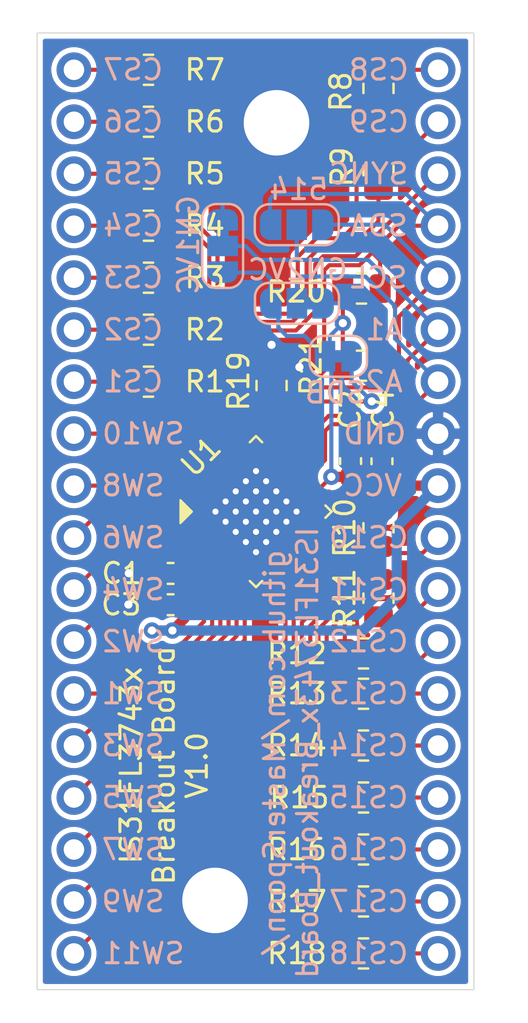
<source format=kicad_pcb>
(kicad_pcb (version 20171130) (host pcbnew "(5.1.10)-1")
  (layers (0 F.Cu signal) (31 B.Cu signal) (34 B.Paste user) (35 F.Paste user) (36 B.SilkS user) (37 F.SilkS user) (38 B.Mask user) (39 F.Mask user) (44 Edge.Cuts user))
  (net 0 "")
  (net 1 GND)
  (net 2 +5V)
  (net 3 SW11)
  (net 4 CS18)
  (net 5 SW9)
  (net 6 SW7)
  (net 7 SW5)
  (net 8 SW3)
  (net 9 SW1)
  (net 10 SW2)
  (net 11 SW4)
  (net 12 SW6)
  (net 13 SW8)
  (net 14 A.ADDR2_B.MISO)
  (net 15 A.ADDR1_B.CS)
  (net 16 A.SCL_B.SCK)
  (net 17 A.SDA_B.MOSI)
  (net 18 SYNC)
  (net 19 CS11)
  (net 20 CS12)
  (net 21 CS13)
  (net 22 CS14)
  (net 23 CS15)
  (net 24 CS16)
  (net 25 CS17)
  (net 26 CS10)
  (net 27 SW10)
  (net 28 CS1)
  (net 29 CS2)
  (net 30 CS3)
  (net 31 CS4)
  (net 32 CS5)
  (net 33 CS6)
  (net 34 CS7)
  (net 35 CS8)
  (net 36 CS9)
  (net 37 SDB)
  (net 38 "Net-(R1-Pad2)")
  (net 39 "Net-(R2-Pad2)")
  (net 40 "Net-(R3-Pad2)")
  (net 41 "Net-(R4-Pad2)")
  (net 42 "Net-(R5-Pad2)")
  (net 43 "Net-(R6-Pad2)")
  (net 44 "Net-(R7-Pad2)")
  (net 45 "Net-(R8-Pad2)")
  (net 46 "Net-(R9-Pad2)")
  (net 47 "Net-(R10-Pad2)")
  (net 48 "Net-(R11-Pad2)")
  (net 49 "Net-(R12-Pad2)")
  (net 50 "Net-(R13-Pad2)")
  (net 51 "Net-(R14-Pad2)")
  (net 52 "Net-(R15-Pad2)")
  (net 53 "Net-(R16-Pad2)")
  (net 54 "Net-(R17-Pad2)")
  (net 55 "Net-(R18-Pad2)")
  (net 56 "Net-(R19-Pad2)")
  (module is31fl3743:SolderJumper-3_P1.3mm_Open_RoundedPad1.0x1.5mm (layer B.Cu) (at 101.99 85.98 180)
    (fp_text reference JP2 hide)
    (fp_text value SolderJumper_3_Open)
    (pad 2 smd rect (at 0 0 180) (size 1 1.5) (layers B.Cu B.Mask) (net 15 A.ADDR1_B.CS))
    (pad 3 smd custom (at 1.3 0 180) (size 1 0.5) (layers B.Cu B.Mask) (net 17 A.SDA_B.MOSI) (options (clearance outline) (anchor rect)) (primitives (gr_circle (center 0 -0.25) (end 0.5 -0.25) (width 0)) (gr_circle (center 0 0.25) (end 0.5 0.25) (width 0)) (gr_poly (pts (xy -0.55 0.75) (xy 0 0.75) (xy 0 -0.75) (xy -0.55 -0.75)) (width 0))))
    (pad 1 smd custom (at -1.3 0 180) (size 1 0.5) (layers B.Cu B.Mask) (net 16 A.SCL_B.SCK) (options (clearance outline) (anchor rect)) (primitives (gr_circle (center 0 -0.25) (end 0.5 -0.25) (width 0)) (gr_circle (center 0 0.25) (end 0.5 0.25) (width 0)) (gr_poly (pts (xy 0.55 0.75) (xy 0 0.75) (xy 0 -0.75) (xy 0.55 -0.75)) (width 0))))
  )
  (module is31fl3743:MountingHole_3.2mm_M3 (layer F.Cu) (at 98 119)
    (fp_text reference H2 hide)
    (fp_text value MountingHole_Pad)
    (pad 1 thru_hole circle (at 0 0) (size 3.4 3.4) (drill 3.2) (layers *.Cu *.Mask) (net 1 GND))
  )
  (module is31fl3743:MountingHole_3.2mm_M3 (layer F.Cu) (at 101 81)
    (fp_text reference H1 hide)
    (fp_text value MountingHole_Pad)
    (pad 1 thru_hole circle (at 0 0) (size 3.4 3.4) (drill 3.2) (layers *.Cu *.Mask) (net 1 GND))
  )
  (module is31fl3743:PinHeader_1x18_P2.54mm_Vertical (layer F.Cu) (at 108.89 78.41)
    (fp_text reference J2 hide)
    (fp_text value Conn_01x18)
    (pad 18 thru_hole oval (at 0 43.18) (size 1.7 1.7) (drill 1) (layers *.Cu *.Mask) (net 4 CS18))
    (pad 17 thru_hole oval (at 0 40.64) (size 1.7 1.7) (drill 1) (layers *.Cu *.Mask) (net 25 CS17))
    (pad 16 thru_hole oval (at 0 38.1) (size 1.7 1.7) (drill 1) (layers *.Cu *.Mask) (net 24 CS16))
    (pad 15 thru_hole oval (at 0 35.56) (size 1.7 1.7) (drill 1) (layers *.Cu *.Mask) (net 23 CS15))
    (pad 14 thru_hole oval (at 0 33.02) (size 1.7 1.7) (drill 1) (layers *.Cu *.Mask) (net 22 CS14))
    (pad 13 thru_hole oval (at 0 30.48) (size 1.7 1.7) (drill 1) (layers *.Cu *.Mask) (net 21 CS13))
    (pad 12 thru_hole oval (at 0 27.94) (size 1.7 1.7) (drill 1) (layers *.Cu *.Mask) (net 20 CS12))
    (pad 11 thru_hole oval (at 0 25.4) (size 1.7 1.7) (drill 1) (layers *.Cu *.Mask) (net 19 CS11))
    (pad 10 thru_hole oval (at 0 22.86) (size 1.7 1.7) (drill 1) (layers *.Cu *.Mask) (net 26 CS10))
    (pad 9 thru_hole oval (at 0 20.32) (size 1.7 1.7) (drill 1) (layers *.Cu *.Mask) (net 2 +5V))
    (pad 8 thru_hole oval (at 0 17.78) (size 1.7 1.7) (drill 1) (layers *.Cu *.Mask) (net 1 GND))
    (pad 7 thru_hole oval (at 0 15.24) (size 1.7 1.7) (drill 1) (layers *.Cu *.Mask) (net 14 A.ADDR2_B.MISO))
    (pad 6 thru_hole oval (at 0 12.7) (size 1.7 1.7) (drill 1) (layers *.Cu *.Mask) (net 15 A.ADDR1_B.CS))
    (pad 5 thru_hole oval (at 0 10.16) (size 1.7 1.7) (drill 1) (layers *.Cu *.Mask) (net 16 A.SCL_B.SCK))
    (pad 4 thru_hole oval (at 0 7.62) (size 1.7 1.7) (drill 1) (layers *.Cu *.Mask) (net 17 A.SDA_B.MOSI))
    (pad 3 thru_hole oval (at 0 5.08) (size 1.7 1.7) (drill 1) (layers *.Cu *.Mask) (net 18 SYNC))
    (pad 2 thru_hole oval (at 0 2.54) (size 1.7 1.7) (drill 1) (layers *.Cu *.Mask) (net 36 CS9))
    (pad 1 thru_hole oval (at 0 0) (size 1.7 1.7) (drill 1) (layers *.Cu *.Mask) (net 35 CS8))
  )
  (module is31fl3743:PinHeader_1x18_P2.54mm_Vertical (layer F.Cu) (at 91.11 78.41)
    (fp_text reference J1 hide)
    (fp_text value Conn_01x18)
    (pad 18 thru_hole oval (at 0 43.18) (size 1.7 1.7) (drill 1) (layers *.Cu *.Mask) (net 3 SW11))
    (pad 17 thru_hole oval (at 0 40.64) (size 1.7 1.7) (drill 1) (layers *.Cu *.Mask) (net 5 SW9))
    (pad 16 thru_hole oval (at 0 38.1) (size 1.7 1.7) (drill 1) (layers *.Cu *.Mask) (net 6 SW7))
    (pad 15 thru_hole oval (at 0 35.56) (size 1.7 1.7) (drill 1) (layers *.Cu *.Mask) (net 7 SW5))
    (pad 14 thru_hole oval (at 0 33.02) (size 1.7 1.7) (drill 1) (layers *.Cu *.Mask) (net 8 SW3))
    (pad 13 thru_hole oval (at 0 30.48) (size 1.7 1.7) (drill 1) (layers *.Cu *.Mask) (net 9 SW1))
    (pad 12 thru_hole oval (at 0 27.94) (size 1.7 1.7) (drill 1) (layers *.Cu *.Mask) (net 10 SW2))
    (pad 11 thru_hole oval (at 0 25.4) (size 1.7 1.7) (drill 1) (layers *.Cu *.Mask) (net 11 SW4))
    (pad 10 thru_hole oval (at 0 22.86) (size 1.7 1.7) (drill 1) (layers *.Cu *.Mask) (net 12 SW6))
    (pad 9 thru_hole oval (at 0 20.32) (size 1.7 1.7) (drill 1) (layers *.Cu *.Mask) (net 13 SW8))
    (pad 8 thru_hole oval (at 0 17.78) (size 1.7 1.7) (drill 1) (layers *.Cu *.Mask) (net 27 SW10))
    (pad 7 thru_hole oval (at 0 15.24) (size 1.7 1.7) (drill 1) (layers *.Cu *.Mask) (net 28 CS1))
    (pad 6 thru_hole oval (at 0 12.7) (size 1.7 1.7) (drill 1) (layers *.Cu *.Mask) (net 29 CS2))
    (pad 5 thru_hole oval (at 0 10.16) (size 1.7 1.7) (drill 1) (layers *.Cu *.Mask) (net 30 CS3))
    (pad 4 thru_hole oval (at 0 7.62) (size 1.7 1.7) (drill 1) (layers *.Cu *.Mask) (net 31 CS4))
    (pad 3 thru_hole oval (at 0 5.08) (size 1.7 1.7) (drill 1) (layers *.Cu *.Mask) (net 32 CS5))
    (pad 2 thru_hole oval (at 0 2.54) (size 1.7 1.7) (drill 1) (layers *.Cu *.Mask) (net 33 CS6))
    (pad 1 thru_hole oval (at 0 0) (size 1.7 1.7) (drill 1) (layers *.Cu *.Mask) (net 34 CS7))
  )
  (module is31fl3743:QFN-40-IS31FL3743A_extended (layer F.Cu) (at 100 100 45)
    (fp_text reference U1 (at 0 -3.8 45) (layer F.SilkS))
    (fp_text value IS31FL3743x)
    (pad 41 smd roundrect (at 0 0 45) (size 3.4 3.4) (layers B.Cu B.Mask) (roundrect_rratio 0.08800000000000001) (net 1 GND))
    (pad 41 thru_hole circle (at -0.7 1.4 45) (size 0.6 0.6) (drill 0.3) (layers *.Cu) (net 1 GND))
    (pad 41 thru_hole circle (at -1.4 0.7 45) (size 0.6 0.6) (drill 0.3) (layers *.Cu) (net 1 GND))
    (pad 41 thru_hole circle (at -1.4 1.4 45) (size 0.6 0.6) (drill 0.3) (layers *.Cu) (net 1 GND))
    (pad 41 thru_hole circle (at -0.7 0.7 45) (size 0.6 0.6) (drill 0.3) (layers *.Cu) (net 1 GND))
    (pad 41 thru_hole circle (at -1.4 -1.4 45) (size 0.6 0.6) (drill 0.3) (layers *.Cu) (net 1 GND))
    (pad 41 thru_hole circle (at -1.4 -0.7 45) (size 0.6 0.6) (drill 0.3) (layers *.Cu) (net 1 GND))
    (pad 41 thru_hole circle (at -0.7 -1.4 45) (size 0.6 0.6) (drill 0.3) (layers *.Cu) (net 1 GND))
    (pad 41 thru_hole circle (at -0.7 -0.7 45) (size 0.6 0.6) (drill 0.3) (layers *.Cu) (net 1 GND))
    (pad 41 thru_hole circle (at 1.4 -1.4 45) (size 0.6 0.6) (drill 0.3) (layers *.Cu) (net 1 GND))
    (pad 41 thru_hole circle (at 1.4 -0.7 45) (size 0.6 0.6) (drill 0.3) (layers *.Cu) (net 1 GND))
    (pad 41 thru_hole circle (at 0.7 -1.4 45) (size 0.6 0.6) (drill 0.3) (layers *.Cu) (net 1 GND))
    (pad 41 thru_hole circle (at 0.7 -0.7 45) (size 0.6 0.6) (drill 0.3) (layers *.Cu) (net 1 GND))
    (pad 41 thru_hole circle (at 1.4 1.4 45) (size 0.6 0.6) (drill 0.3) (layers *.Cu) (net 1 GND))
    (pad 41 thru_hole circle (at 1.4 0.7 45) (size 0.6 0.6) (drill 0.3) (layers *.Cu) (net 1 GND))
    (pad 41 thru_hole circle (at 0.7 1.4 45) (size 0.6 0.6) (drill 0.3) (layers *.Cu) (net 1 GND))
    (pad 41 thru_hole circle (at 0.7 0.7 45) (size 0.6 0.6) (drill 0.3) (layers *.Cu) (net 1 GND))
    (pad 41 thru_hole circle (at 0 -0.7 45) (size 0.6 0.6) (drill 0.3) (layers *.Cu) (net 1 GND))
    (pad 41 thru_hole circle (at 0 -1.4 45) (size 0.6 0.6) (drill 0.3) (layers *.Cu) (net 1 GND))
    (pad 41 thru_hole circle (at 0 1.4 45) (size 0.6 0.6) (drill 0.3) (layers *.Cu) (net 1 GND))
    (pad 41 thru_hole circle (at 0 0.7 45) (size 0.6 0.6) (drill 0.3) (layers *.Cu) (net 1 GND))
    (pad 41 thru_hole circle (at -1.4 0 45) (size 0.6 0.6) (drill 0.3) (layers *.Cu) (net 1 GND))
    (pad 41 thru_hole circle (at -0.7 0 45) (size 0.6 0.6) (drill 0.3) (layers *.Cu) (net 1 GND))
    (pad 41 thru_hole circle (at 0.7 0 45) (size 0.6 0.6) (drill 0.3) (layers *.Cu) (net 1 GND))
    (pad 41 thru_hole circle (at 1.4 0 45) (size 0.6 0.6) (drill 0.3) (layers *.Cu) (net 1 GND))
    (pad 41 thru_hole circle (at 0 0 45) (size 0.6 0.6) (drill 0.3) (layers *.Cu) (net 1 GND))
    (pad 41 smd rect (at 0 0 45) (size 3.4 3.4) (layers F.Cu F.Mask) (net 1 GND))
    (pad 40 smd roundrect (at -1.8 -2.55 45) (size 0.22 1) (layers F.Cu F.Paste F.Mask) (roundrect_rratio 0.22) (net 27 SW10))
    (pad 39 smd roundrect (at -1.4 -2.55 45) (size 0.22 1) (layers F.Cu F.Paste F.Mask) (roundrect_rratio 0.22) (net 38 "Net-(R1-Pad2)"))
    (pad 38 smd roundrect (at -1 -2.55 45) (size 0.22 1) (layers F.Cu F.Paste F.Mask) (roundrect_rratio 0.22) (net 39 "Net-(R2-Pad2)"))
    (pad 37 smd roundrect (at -0.6 -2.55 45) (size 0.22 1) (layers F.Cu F.Paste F.Mask) (roundrect_rratio 0.22) (net 40 "Net-(R3-Pad2)"))
    (pad 36 smd roundrect (at -0.2 -2.55 45) (size 0.22 1) (layers F.Cu F.Paste F.Mask) (roundrect_rratio 0.22) (net 41 "Net-(R4-Pad2)"))
    (pad 35 smd roundrect (at 0.2 -2.55 45) (size 0.22 1) (layers F.Cu F.Paste F.Mask) (roundrect_rratio 0.22) (net 42 "Net-(R5-Pad2)"))
    (pad 34 smd roundrect (at 0.6 -2.55 45) (size 0.22 1) (layers F.Cu F.Paste F.Mask) (roundrect_rratio 0.22) (net 43 "Net-(R6-Pad2)"))
    (pad 33 smd roundrect (at 1 -2.55 45) (size 0.22 1) (layers F.Cu F.Paste F.Mask) (roundrect_rratio 0.22) (net 44 "Net-(R7-Pad2)"))
    (pad 32 smd roundrect (at 1.4 -2.55 45) (size 0.22 1) (layers F.Cu F.Paste F.Mask) (roundrect_rratio 0.22) (net 45 "Net-(R8-Pad2)"))
    (pad 31 smd roundrect (at 1.8 -2.55 45) (size 0.22 1) (layers F.Cu F.Paste F.Mask) (roundrect_rratio 0.22) (net 46 "Net-(R9-Pad2)"))
    (pad 30 smd roundrect (at 2.55 -1.8 45) (size 1 0.22) (layers F.Cu F.Paste F.Mask) (roundrect_rratio 0.22) (net 18 SYNC))
    (pad 29 smd roundrect (at 2.55 -1.4 45) (size 1 0.22) (layers F.Cu F.Paste F.Mask) (roundrect_rratio 0.22) (net 56 "Net-(R19-Pad2)"))
    (pad 28 smd roundrect (at 2.55 -1 45) (size 1 0.22) (layers F.Cu F.Paste F.Mask) (roundrect_rratio 0.22) (net 17 A.SDA_B.MOSI))
    (pad 27 smd roundrect (at 2.55 -0.6 45) (size 1 0.22) (layers F.Cu F.Paste F.Mask) (roundrect_rratio 0.22) (net 16 A.SCL_B.SCK))
    (pad 26 smd roundrect (at 2.55 -0.2 45) (size 1 0.22) (layers F.Cu F.Paste F.Mask) (roundrect_rratio 0.22) (net 37 SDB))
    (pad 25 smd roundrect (at 2.55 0.2 45) (size 1 0.22) (layers F.Cu F.Paste F.Mask) (roundrect_rratio 0.22) (net 15 A.ADDR1_B.CS))
    (pad 24 smd roundrect (at 2.55 0.6 45) (size 1 0.22) (layers F.Cu F.Paste F.Mask) (roundrect_rratio 0.22) (net 14 A.ADDR2_B.MISO))
    (pad 23 smd roundrect (at 2.55 1 45) (size 1 0.22) (layers F.Cu F.Paste F.Mask) (roundrect_rratio 0.22) (net 1 GND))
    (pad 22 smd roundrect (at 2.55 1.4 45) (size 1 0.22) (layers F.Cu F.Paste F.Mask) (roundrect_rratio 0.22) (net 2 +5V))
    (pad 21 smd roundrect (at 2.55 1.8 45) (size 1 0.22) (layers F.Cu F.Paste F.Mask) (roundrect_rratio 0.22) (net 47 "Net-(R10-Pad2)"))
    (pad 20 smd roundrect (at 1.8 2.55 45) (size 0.22 1) (layers F.Cu F.Paste F.Mask) (roundrect_rratio 0.22) (net 48 "Net-(R11-Pad2)"))
    (pad 19 smd roundrect (at 1.4 2.55 45) (size 0.22 1) (layers F.Cu F.Paste F.Mask) (roundrect_rratio 0.22) (net 49 "Net-(R12-Pad2)"))
    (pad 18 smd roundrect (at 1 2.55 45) (size 0.22 1) (layers F.Cu F.Paste F.Mask) (roundrect_rratio 0.22) (net 50 "Net-(R13-Pad2)"))
    (pad 17 smd roundrect (at 0.6 2.55 45) (size 0.22 1) (layers F.Cu F.Paste F.Mask) (roundrect_rratio 0.22) (net 51 "Net-(R14-Pad2)"))
    (pad 16 smd roundrect (at 0.2 2.55 45) (size 0.22 1) (layers F.Cu F.Paste F.Mask) (roundrect_rratio 0.22) (net 1 GND))
    (pad 15 smd roundrect (at -0.2 2.55 45) (size 0.22 1) (layers F.Cu F.Paste F.Mask) (roundrect_rratio 0.22) (net 52 "Net-(R15-Pad2)"))
    (pad 14 smd roundrect (at -0.6 2.55 45) (size 0.22 1) (layers F.Cu F.Paste F.Mask) (roundrect_rratio 0.22) (net 53 "Net-(R16-Pad2)"))
    (pad 13 smd roundrect (at -1 2.55 45) (size 0.22 1) (layers F.Cu F.Paste F.Mask) (roundrect_rratio 0.22) (net 54 "Net-(R17-Pad2)"))
    (pad 12 smd roundrect (at -1.4 2.55 45) (size 0.22 1) (layers F.Cu F.Paste F.Mask) (roundrect_rratio 0.22) (net 55 "Net-(R18-Pad2)"))
    (pad 11 smd roundrect (at -1.8 2.55 45) (size 0.22 1) (layers F.Cu F.Paste F.Mask) (roundrect_rratio 0.22) (net 3 SW11))
    (pad 10 smd roundrect (at -2.55 1.8 45) (size 1 0.22) (layers F.Cu F.Paste F.Mask) (roundrect_rratio 0.22) (net 5 SW9))
    (pad 9 smd roundrect (at -2.55 1.4 45) (size 1 0.22) (layers F.Cu F.Paste F.Mask) (roundrect_rratio 0.22) (net 6 SW7))
    (pad 8 smd roundrect (at -2.55 1 45) (size 1 0.22) (layers F.Cu F.Paste F.Mask) (roundrect_rratio 0.22) (net 7 SW5))
    (pad 7 smd roundrect (at -2.55 0.6 45) (size 1 0.22) (layers F.Cu F.Paste F.Mask) (roundrect_rratio 0.22) (net 8 SW3))
    (pad 6 smd roundrect (at -2.55 0.2 45) (size 1 0.22) (layers F.Cu F.Paste F.Mask) (roundrect_rratio 0.22) (net 9 SW1))
    (pad 5 smd roundrect (at -2.55 -0.2 45) (size 1 0.22) (layers F.Cu F.Paste F.Mask) (roundrect_rratio 0.22) (net 2 +5V))
    (pad 4 smd roundrect (at -2.55 -0.6 45) (size 1 0.22) (layers F.Cu F.Paste F.Mask) (roundrect_rratio 0.22) (net 10 SW2))
    (pad 3 smd roundrect (at -2.55 -1 45) (size 1 0.22) (layers F.Cu F.Paste F.Mask) (roundrect_rratio 0.22) (net 11 SW4))
    (pad 2 smd roundrect (at -2.55 -1.4 45) (size 1 0.22) (layers F.Cu F.Paste F.Mask) (roundrect_rratio 0.22) (net 12 SW6))
    (pad 1 smd roundrect (at -2.55 -1.8 45) (size 1 0.22) (layers F.Cu F.Paste F.Mask) (roundrect_rratio 0.22) (net 13 SW8))
  )
  (module Resistor_SMD:R_0805_2012Metric (layer F.Cu) (at 105.15 92.87 180)
    (fp_text reference R21 (at 2.47 -0.01 90) (layer F.SilkS))
    (fp_text value 2K)
    (pad 2 smd roundrect (at 0.9125 0 180) (size 1.025 1.4) (layers F.Cu F.Paste F.Mask) (roundrect_rratio 0.243902) (net 2 +5V))
    (pad 1 smd roundrect (at -0.9125 0 180) (size 1.025 1.4) (layers F.Cu F.Paste F.Mask) (roundrect_rratio 0.243902) (net 16 A.SCL_B.SCK))
  )
  (module Resistor_SMD:R_0805_2012Metric (layer F.Cu) (at 105.15 89.1 180)
    (fp_text reference R20 (at 3.18 -0.16) (layer F.SilkS))
    (fp_text value 2K)
    (pad 2 smd roundrect (at 0.9125 0 180) (size 1.025 1.4) (layers F.Cu F.Paste F.Mask) (roundrect_rratio 0.243902) (net 2 +5V))
    (pad 1 smd roundrect (at -0.9125 0 180) (size 1.025 1.4) (layers F.Cu F.Paste F.Mask) (roundrect_rratio 0.243902) (net 17 A.SDA_B.MOSI))
  )
  (module Resistor_SMD:R_0805_2012Metric (layer F.Cu) (at 100.76 93.84 270)
    (fp_text reference R19 (at -0.21 1.61 90) (layer F.SilkS))
    (fp_text value 10K)
    (pad 2 smd roundrect (at 0.9125 0 270) (size 1.025 1.4) (layers F.Cu F.Paste F.Mask) (roundrect_rratio 0.243902) (net 56 "Net-(R19-Pad2)"))
    (pad 1 smd roundrect (at -0.9125 0 270) (size 1.025 1.4) (layers F.Cu F.Paste F.Mask) (roundrect_rratio 0.243902) (net 1 GND))
  )
  (module Resistor_SMD:R_0805_2012Metric (layer F.Cu) (at 105.25 121.59 180)
    (fp_text reference R18 (at 3.25 0) (layer F.SilkS))
    (fp_text value 20R)
    (pad 2 smd roundrect (at 0.9125 0 180) (size 1.025 1.4) (layers F.Cu F.Paste F.Mask) (roundrect_rratio 0.243902) (net 55 "Net-(R18-Pad2)"))
    (pad 1 smd roundrect (at -0.9125 0 180) (size 1.025 1.4) (layers F.Cu F.Paste F.Mask) (roundrect_rratio 0.243902) (net 4 CS18))
  )
  (module Resistor_SMD:R_0805_2012Metric (layer F.Cu) (at 105.25 119.05 180)
    (fp_text reference R17 (at 3.25 0) (layer F.SilkS))
    (fp_text value 20R)
    (pad 2 smd roundrect (at 0.9125 0 180) (size 1.025 1.4) (layers F.Cu F.Paste F.Mask) (roundrect_rratio 0.243902) (net 54 "Net-(R17-Pad2)"))
    (pad 1 smd roundrect (at -0.9125 0 180) (size 1.025 1.4) (layers F.Cu F.Paste F.Mask) (roundrect_rratio 0.243902) (net 25 CS17))
  )
  (module Resistor_SMD:R_0805_2012Metric (layer F.Cu) (at 105.25 116.51 180)
    (fp_text reference R16 (at 3.25 0) (layer F.SilkS))
    (fp_text value 20R)
    (pad 2 smd roundrect (at 0.9125 0 180) (size 1.025 1.4) (layers F.Cu F.Paste F.Mask) (roundrect_rratio 0.243902) (net 53 "Net-(R16-Pad2)"))
    (pad 1 smd roundrect (at -0.9125 0 180) (size 1.025 1.4) (layers F.Cu F.Paste F.Mask) (roundrect_rratio 0.243902) (net 24 CS16))
  )
  (module Resistor_SMD:R_0805_2012Metric (layer F.Cu) (at 105.25 113.97 180)
    (fp_text reference R15 (at 3.13 0) (layer F.SilkS))
    (fp_text value 20R)
    (pad 2 smd roundrect (at 0.9125 0 180) (size 1.025 1.4) (layers F.Cu F.Paste F.Mask) (roundrect_rratio 0.243902) (net 52 "Net-(R15-Pad2)"))
    (pad 1 smd roundrect (at -0.9125 0 180) (size 1.025 1.4) (layers F.Cu F.Paste F.Mask) (roundrect_rratio 0.243902) (net 23 CS15))
  )
  (module Resistor_SMD:R_0805_2012Metric (layer F.Cu) (at 105.25 111.43 180)
    (fp_text reference R14 (at 3.25 0) (layer F.SilkS))
    (fp_text value 20R)
    (pad 2 smd roundrect (at 0.9125 0 180) (size 1.025 1.4) (layers F.Cu F.Paste F.Mask) (roundrect_rratio 0.243902) (net 51 "Net-(R14-Pad2)"))
    (pad 1 smd roundrect (at -0.9125 0 180) (size 1.025 1.4) (layers F.Cu F.Paste F.Mask) (roundrect_rratio 0.243902) (net 22 CS14))
  )
  (module Resistor_SMD:R_0805_2012Metric (layer F.Cu) (at 105.25 108.9 180)
    (fp_text reference R13 (at 3.25 0.01) (layer F.SilkS))
    (fp_text value 20R)
    (pad 2 smd roundrect (at 0.9125 0 180) (size 1.025 1.4) (layers F.Cu F.Paste F.Mask) (roundrect_rratio 0.243902) (net 50 "Net-(R13-Pad2)"))
    (pad 1 smd roundrect (at -0.9125 0 180) (size 1.025 1.4) (layers F.Cu F.Paste F.Mask) (roundrect_rratio 0.243902) (net 21 CS13))
  )
  (module Resistor_SMD:R_0805_2012Metric (layer F.Cu) (at 105.25 106.93 180)
    (fp_text reference R12 (at 3.25 0) (layer F.SilkS))
    (fp_text value 20R)
    (pad 2 smd roundrect (at 0.9125 0 180) (size 1.025 1.4) (layers F.Cu F.Paste F.Mask) (roundrect_rratio 0.243902) (net 49 "Net-(R12-Pad2)"))
    (pad 1 smd roundrect (at -0.9125 0 180) (size 1.025 1.4) (layers F.Cu F.Paste F.Mask) (roundrect_rratio 0.243902) (net 20 CS12))
  )
  (module Resistor_SMD:R_0805_2012Metric (layer F.Cu) (at 105.98 104.23 90)
    (fp_text reference R11 (at 0 -1.65 90) (layer F.SilkS))
    (fp_text value 20R)
    (pad 2 smd roundrect (at 0.9125 0 90) (size 1.025 1.4) (layers F.Cu F.Paste F.Mask) (roundrect_rratio 0.243902) (net 48 "Net-(R11-Pad2)"))
    (pad 1 smd roundrect (at -0.9125 0 90) (size 1.025 1.4) (layers F.Cu F.Paste F.Mask) (roundrect_rratio 0.243902) (net 19 CS11))
  )
  (module Resistor_SMD:R_0805_2012Metric (layer F.Cu) (at 105.98 100.79 90)
    (fp_text reference R10 (at 0 -1.65 90) (layer F.SilkS))
    (fp_text value 20R)
    (pad 2 smd roundrect (at 0.9125 0 90) (size 1.025 1.4) (layers F.Cu F.Paste F.Mask) (roundrect_rratio 0.243902) (net 47 "Net-(R10-Pad2)"))
    (pad 1 smd roundrect (at -0.9125 0 90) (size 1.025 1.4) (layers F.Cu F.Paste F.Mask) (roundrect_rratio 0.243902) (net 26 CS10))
  )
  (module Resistor_SMD:R_0805_2012Metric (layer F.Cu) (at 105.98 83.34 270)
    (fp_text reference R9 (at -0.18 1.78 90) (layer F.SilkS))
    (fp_text value 20R)
    (pad 2 smd roundrect (at 0.9125 0 270) (size 1.025 1.4) (layers F.Cu F.Paste F.Mask) (roundrect_rratio 0.243902) (net 46 "Net-(R9-Pad2)"))
    (pad 1 smd roundrect (at -0.9125 0 270) (size 1.025 1.4) (layers F.Cu F.Paste F.Mask) (roundrect_rratio 0.243902) (net 36 CS9))
  )
  (module Resistor_SMD:R_0805_2012Metric (layer F.Cu) (at 105.98 79.32 270)
    (fp_text reference R8 (at 0.16 1.84 90) (layer F.SilkS))
    (fp_text value 20R)
    (pad 2 smd roundrect (at 0.9125 0 270) (size 1.025 1.4) (layers F.Cu F.Paste F.Mask) (roundrect_rratio 0.243902) (net 45 "Net-(R8-Pad2)"))
    (pad 1 smd roundrect (at -0.9125 0 270) (size 1.025 1.4) (layers F.Cu F.Paste F.Mask) (roundrect_rratio 0.243902) (net 35 CS8))
  )
  (module Resistor_SMD:R_0805_2012Metric (layer F.Cu) (at 94.75 78.41)
    (fp_text reference R7 (at 2.75 0) (layer F.SilkS))
    (fp_text value 20R)
    (pad 2 smd roundrect (at 0.9125 0) (size 1.025 1.4) (layers F.Cu F.Paste F.Mask) (roundrect_rratio 0.243902) (net 44 "Net-(R7-Pad2)"))
    (pad 1 smd roundrect (at -0.9125 0) (size 1.025 1.4) (layers F.Cu F.Paste F.Mask) (roundrect_rratio 0.243902) (net 34 CS7))
  )
  (module Resistor_SMD:R_0805_2012Metric (layer F.Cu) (at 94.75 80.95)
    (fp_text reference R6 (at 2.75 0) (layer F.SilkS))
    (fp_text value 20R)
    (pad 2 smd roundrect (at 0.9125 0) (size 1.025 1.4) (layers F.Cu F.Paste F.Mask) (roundrect_rratio 0.243902) (net 43 "Net-(R6-Pad2)"))
    (pad 1 smd roundrect (at -0.9125 0) (size 1.025 1.4) (layers F.Cu F.Paste F.Mask) (roundrect_rratio 0.243902) (net 33 CS6))
  )
  (module Resistor_SMD:R_0805_2012Metric (layer F.Cu) (at 94.75 83.49)
    (fp_text reference R5 (at 2.75 0) (layer F.SilkS))
    (fp_text value 20R)
    (pad 2 smd roundrect (at 0.9125 0) (size 1.025 1.4) (layers F.Cu F.Paste F.Mask) (roundrect_rratio 0.243902) (net 42 "Net-(R5-Pad2)"))
    (pad 1 smd roundrect (at -0.9125 0) (size 1.025 1.4) (layers F.Cu F.Paste F.Mask) (roundrect_rratio 0.243902) (net 32 CS5))
  )
  (module Resistor_SMD:R_0805_2012Metric (layer F.Cu) (at 94.75 86.03)
    (fp_text reference R4 (at 2.75 0) (layer F.SilkS))
    (fp_text value 20R)
    (pad 2 smd roundrect (at 0.9125 0) (size 1.025 1.4) (layers F.Cu F.Paste F.Mask) (roundrect_rratio 0.243902) (net 41 "Net-(R4-Pad2)"))
    (pad 1 smd roundrect (at -0.9125 0) (size 1.025 1.4) (layers F.Cu F.Paste F.Mask) (roundrect_rratio 0.243902) (net 31 CS4))
  )
  (module Resistor_SMD:R_0805_2012Metric (layer F.Cu) (at 94.75 88.57)
    (fp_text reference R3 (at 2.75 0) (layer F.SilkS))
    (fp_text value 20R)
    (pad 2 smd roundrect (at 0.9125 0) (size 1.025 1.4) (layers F.Cu F.Paste F.Mask) (roundrect_rratio 0.243902) (net 40 "Net-(R3-Pad2)"))
    (pad 1 smd roundrect (at -0.9125 0) (size 1.025 1.4) (layers F.Cu F.Paste F.Mask) (roundrect_rratio 0.243902) (net 30 CS3))
  )
  (module Resistor_SMD:R_0805_2012Metric (layer F.Cu) (at 94.75 91.11)
    (fp_text reference R2 (at 2.75 0) (layer F.SilkS))
    (fp_text value 20R)
    (pad 2 smd roundrect (at 0.9125 0) (size 1.025 1.4) (layers F.Cu F.Paste F.Mask) (roundrect_rratio 0.243902) (net 39 "Net-(R2-Pad2)"))
    (pad 1 smd roundrect (at -0.9125 0) (size 1.025 1.4) (layers F.Cu F.Paste F.Mask) (roundrect_rratio 0.243902) (net 29 CS2))
  )
  (module Resistor_SMD:R_0805_2012Metric (layer F.Cu) (at 94.75 93.65)
    (fp_text reference R1 (at 2.75 0) (layer F.SilkS))
    (fp_text value 20R)
    (pad 2 smd roundrect (at 0.9125 0) (size 1.025 1.4) (layers F.Cu F.Paste F.Mask) (roundrect_rratio 0.243902) (net 38 "Net-(R1-Pad2)"))
    (pad 1 smd roundrect (at -0.9125 0) (size 1.025 1.4) (layers F.Cu F.Paste F.Mask) (roundrect_rratio 0.243902) (net 28 CS1))
  )
  (module Jumper:SolderJumper-2_P1.3mm_Bridged_RoundedPad1.0x1.5mm (layer B.Cu) (at 104.02 92.41)
    (fp_text reference JP5 hide)
    (fp_text value SolderJumper_2_Bridged)
    (fp_poly (pts (xy 0.25 0.3) (xy -0.25 0.3) (xy -0.25 -0.3) (xy 0.25 -0.3)) (layer B.Cu) (width 0))
    (pad 1 smd custom (at -0.65 0) (size 1 0.5) (layers B.Cu B.Mask) (net 2 +5V) (options (clearance outline) (anchor rect)) (primitives (gr_circle (center 0 -0.25) (end 0.5 -0.25) (width 0)) (gr_circle (center 0 0.25) (end 0.5 0.25) (width 0)) (gr_poly (pts (xy 0 0.75) (xy 0.5 0.75) (xy 0.5 -0.75) (xy 0 -0.75)) (width 0))))
    (pad 2 smd custom (at 0.65 0) (size 1 0.5) (layers B.Cu B.Mask) (net 37 SDB) (options (clearance outline) (anchor rect)) (primitives (gr_circle (center 0 -0.25) (end 0.5 -0.25) (width 0)) (gr_circle (center 0 0.25) (end 0.5 0.25) (width 0)) (gr_poly (pts (xy 0 0.75) (xy -0.5 0.75) (xy -0.5 -0.75) (xy 0 -0.75)) (width 0))))
  )
  (module is31fl3743:SolderJumper-3_P1.3mm_Bridged12_RoundedPad1.0x1.5mm (layer B.Cu) (at 102 89.82 180)
    (fp_text reference JP3 hide)
    (fp_text value SolderJumper_3_Bridged12)
    (fp_poly (pts (xy -0.9 0.3) (xy -0.4 0.3) (xy -0.4 -0.3) (xy -0.9 -0.3)) (layer B.Cu) (width 0))
    (pad 1 smd custom (at -1.3 0 180) (size 1 0.5) (layers B.Cu B.Mask) (net 1 GND) (options (clearance outline) (anchor rect)) (primitives (gr_circle (center 0 -0.25) (end 0.5 -0.25) (width 0)) (gr_circle (center 0 0.25) (end 0.5 0.25) (width 0)) (gr_poly (pts (xy 0.55 0.75) (xy 0 0.75) (xy 0 -0.75) (xy 0.55 -0.75)) (width 0))))
    (pad 2 smd rect (at 0 0 180) (size 1 1.5) (layers B.Cu B.Mask) (net 14 A.ADDR2_B.MISO))
    (pad 3 smd custom (at 1.3 0 180) (size 1 0.5) (layers B.Cu B.Mask) (net 2 +5V) (options (clearance outline) (anchor rect)) (primitives (gr_circle (center 0 -0.25) (end 0.5 -0.25) (width 0)) (gr_circle (center 0 0.25) (end 0.5 0.25) (width 0)) (gr_poly (pts (xy -0.55 0.75) (xy 0 0.75) (xy 0 -0.75) (xy -0.55 -0.75)) (width 0))))
  )
  (module is31fl3743:SolderJumper-3_P1.3mm_Bridged12_RoundedPad1.0x1.5mm (layer B.Cu) (at 98.37 87.02 270)
    (fp_text reference JP1 hide)
    (fp_text value SolderJumper_3_Bridged12)
    (fp_poly (pts (xy -0.9 0.3) (xy -0.4 0.3) (xy -0.4 -0.3) (xy -0.9 -0.3)) (layer B.Cu) (width 0))
    (pad 1 smd custom (at -1.3 0 270) (size 1 0.5) (layers B.Cu B.Mask) (net 1 GND) (options (clearance outline) (anchor rect)) (primitives (gr_circle (center 0 -0.25) (end 0.5 -0.25) (width 0)) (gr_circle (center 0 0.25) (end 0.5 0.25) (width 0)) (gr_poly (pts (xy 0.55 0.75) (xy 0 0.75) (xy 0 -0.75) (xy 0.55 -0.75)) (width 0))))
    (pad 2 smd rect (at 0 0 270) (size 1 1.5) (layers B.Cu B.Mask) (net 15 A.ADDR1_B.CS))
    (pad 3 smd custom (at 1.3 0 270) (size 1 0.5) (layers B.Cu B.Mask) (net 2 +5V) (options (clearance outline) (anchor rect)) (primitives (gr_circle (center 0 -0.25) (end 0.5 -0.25) (width 0)) (gr_circle (center 0 0.25) (end 0.5 0.25) (width 0)) (gr_poly (pts (xy -0.55 0.75) (xy 0 0.75) (xy 0 -0.75) (xy -0.55 -0.75)) (width 0))))
  )
  (module Capacitor_SMD:C_0603_1608Metric (layer F.Cu) (at 106.15 97.54 90)
    (fp_text reference C4 (at 2.54 0.06 90) (layer F.SilkS))
    (fp_text value 1uF)
    (pad 2 smd roundrect (at 0.775 0 90) (size 0.9 0.95) (layers F.Cu F.Paste F.Mask) (net 1 GND))
    (pad 1 smd roundrect (at -0.775 0 90) (size 0.9 0.95) (layers F.Cu F.Paste F.Mask) (net 2 +5V))
  )
  (module Capacitor_SMD:C_0603_1608Metric (layer F.Cu) (at 95.83 104.55 180)
    (fp_text reference C3 (at 2.41 0) (layer F.SilkS))
    (fp_text value 1uF)
    (pad 2 smd roundrect (at 0.775 0 180) (size 0.9 0.95) (layers F.Cu F.Paste F.Mask) (net 1 GND))
    (pad 1 smd roundrect (at -0.775 0 180) (size 0.9 0.95) (layers F.Cu F.Paste F.Mask) (net 2 +5V))
  )
  (module Capacitor_SMD:C_0603_1608Metric (layer F.Cu) (at 104.62 97.53 90)
    (fp_text reference C2 (at 2.51 -0.03 90) (layer F.SilkS))
    (fp_text value 100nF)
    (pad 2 smd roundrect (at 0.775 0 90) (size 0.9 0.95) (layers F.Cu F.Paste F.Mask) (net 1 GND))
    (pad 1 smd roundrect (at -0.775 0 90) (size 0.9 0.95) (layers F.Cu F.Paste F.Mask) (net 2 +5V))
  )
  (module Capacitor_SMD:C_0603_1608Metric (layer F.Cu) (at 95.83 103.02 180)
    (fp_text reference C1 (at 2.39 0) (layer F.SilkS))
    (fp_text value 100nF)
    (pad 2 smd roundrect (at 0.775 0 180) (size 0.9 0.95) (layers F.Cu F.Paste F.Mask) (net 1 GND))
    (pad 1 smd roundrect (at -0.775 0 180) (size 0.9 0.95) (layers F.Cu F.Paste F.Mask) (net 2 +5V))
  )
  (gr_text "github.com/MasterSpoon/\nIS31FL3743x_Breakout_Board" (at 101.71 111.78 90) (layer B.SilkS) (effects (font (size 1 1)) (justify mirror)))
  (gr_text "IS31FL3743x\nBreakout Board\nV1.0" (at 95.51 112.4 90) (layer F.SilkS) (effects (font (size 1 1))))
  (gr_text 514 (at 102.08 84.25) (layer B.SilkS) (effects (font (size 1 1)) (justify mirror)))
  (gr_text GN1VC (at 96.7 86.97 90) (layer B.SilkS) (effects (font (size 1 1)) (justify mirror)))
  (gr_text GN2VC (at 102.04 88.18) (layer B.SilkS) (effects (font (size 1 1)) (justify mirror)))
  (gr_text SDB (at 103.87 94.19) (layer B.SilkS) (effects (font (size 1 1)) (justify mirror)))
  (gr_text CS18 (at 105.5 121.59) (layer B.SilkS) (effects (font (size 1 1)) (justify mirror)))
  (gr_text CS17 (at 105.5 119.05) (layer B.SilkS) (effects (font (size 1 1)) (justify mirror)))
  (gr_text CS16 (at 105.5 116.51) (layer B.SilkS) (effects (font (size 1 1)) (justify mirror)))
  (gr_text CS15 (at 105.5 113.97) (layer B.SilkS) (effects (font (size 1 1)) (justify mirror)))
  (gr_text CS14 (at 105.5 111.43) (layer B.SilkS) (effects (font (size 1 1)) (justify mirror)))
  (gr_text CS13 (at 105.5 108.89) (layer B.SilkS) (effects (font (size 1 1)) (justify mirror)))
  (gr_text CS12 (at 105.5 106.35) (layer B.SilkS) (effects (font (size 1 1)) (justify mirror)))
  (gr_text CS11 (at 105.5 103.81) (layer B.SilkS) (effects (font (size 1 1)) (justify mirror)))
  (gr_text CS10 (at 105.5 101.27) (layer B.SilkS) (effects (font (size 1 1)) (justify mirror)))
  (gr_text VCC (at 105.7 98.73) (layer B.SilkS) (effects (font (size 1 1)) (justify mirror)))
  (gr_text GND (at 105.8 96.19) (layer B.SilkS) (effects (font (size 1 1)) (justify mirror)))
  (gr_text A2 (at 106.25 93.65) (layer B.SilkS) (effects (font (size 1 1)) (justify mirror)))
  (gr_text A1 (at 106.25 91.11) (layer B.SilkS) (effects (font (size 1 1)) (justify mirror)))
  (gr_text SCL (at 106 88.57) (layer B.SilkS) (effects (font (size 1 1)) (justify mirror)))
  (gr_text SDA (at 106 86.03) (layer B.SilkS) (effects (font (size 1 1)) (justify mirror)))
  (gr_text SYNC (at 105.5 83.49) (layer B.SilkS) (effects (font (size 1 1)) (justify mirror)))
  (gr_text CS9 (at 106 80.95) (layer B.SilkS) (effects (font (size 1 1)) (justify mirror)))
  (gr_text CS8 (at 106 78.41) (layer B.SilkS) (effects (font (size 1 1)) (justify mirror)))
  (gr_text SW11 (at 94.5 121.59) (layer B.SilkS) (effects (font (size 1 1)) (justify mirror)))
  (gr_text SW9 (at 94 119.05) (layer B.SilkS) (effects (font (size 1 1)) (justify mirror)))
  (gr_text SW7 (at 94 116.51) (layer B.SilkS) (effects (font (size 1 1)) (justify mirror)))
  (gr_text SW5 (at 94 113.97) (layer B.SilkS) (effects (font (size 1 1)) (justify mirror)))
  (gr_text SW3 (at 94 111.43) (layer B.SilkS) (effects (font (size 1 1)) (justify mirror)))
  (gr_text SW1 (at 94 108.89) (layer B.SilkS) (effects (font (size 1 1)) (justify mirror)))
  (gr_text SW2 (at 94 106.35) (layer B.SilkS) (effects (font (size 1 1)) (justify mirror)))
  (gr_text SW4 (at 94 103.81) (layer B.SilkS) (effects (font (size 1 1)) (justify mirror)))
  (gr_text SW6 (at 94 101.27) (layer B.SilkS) (effects (font (size 1 1)) (justify mirror)))
  (gr_text SW8 (at 94 98.73) (layer B.SilkS) (effects (font (size 1 1)) (justify mirror)))
  (gr_text SW10 (at 94.5 96.19) (layer B.SilkS) (effects (font (size 1 1)) (justify mirror)))
  (gr_text CS1 (at 94 93.65) (layer B.SilkS) (effects (font (size 1 1)) (justify mirror)))
  (gr_text CS2 (at 94 91.11) (layer B.SilkS) (effects (font (size 1 1)) (justify mirror)))
  (gr_text CS3 (at 94 88.57) (layer B.SilkS) (effects (font (size 1 1)) (justify mirror)))
  (gr_text CS4 (at 94 86.03) (layer B.SilkS) (effects (font (size 1 1)) (justify mirror)))
  (gr_text CS5 (at 94 83.49) (layer B.SilkS) (effects (font (size 1 1)) (justify mirror)))
  (gr_text CS6 (at 94 80.95) (layer B.SilkS) (effects (font (size 1 1)) (justify mirror)))
  (gr_text CS7 (at 94 78.41) (layer B.SilkS) (effects (font (size 1 1)) (justify mirror)))
  (gr_line (start 89.31 123.36) (end 89.31 76.61) (layer Edge.Cuts) (width 0.05))
  (gr_line (start 110.64 123.36) (end 89.31 123.36) (layer Edge.Cuts) (width 0.05))
  (gr_line (start 110.64 76.61) (end 110.64 123.36) (layer Edge.Cuts) (width 0.05))
  (gr_line (start 89.31 76.61) (end 110.64 76.61) (layer Edge.Cuts) (width 0.05))
  (segment (start 101.944544 101.661701) (end 101.122843 100.84) (width 0.2) (layer F.Cu) (net 1))
  (segment (start 102.510229 98.903984) (end 101.804213 99.61) (width 0.2) (layer F.Cu) (net 1))
  (via (at 100.76 91.85) (size 0.8) (drill 0.4) (layers F.Cu B.Cu) (net 1))
  (segment (start 100.76 92.9275) (end 100.76 91.85) (width 0.2) (layer F.Cu) (net 1))
  (via (at 102.12 92.94) (size 0.8) (drill 0.4) (layers F.Cu B.Cu) (net 1))
  (segment (start 102.1075 92.9275) (end 102.12 92.94) (width 0.2) (layer F.Cu) (net 1))
  (segment (start 100.76 92.9275) (end 102.1075 92.9275) (width 0.2) (layer F.Cu) (net 1))
  (segment (start 95.055 102.375) (end 94.51 101.83) (width 0.5) (layer F.Cu) (net 1))
  (segment (start 95.055 103.02) (end 95.055 102.375) (width 0.5) (layer F.Cu) (net 1))
  (segment (start 98.37 85.72) (end 98.37 84.44) (width 0.2) (layer B.Cu) (net 1))
  (via (at 93.79 103.01) (size 0.8) (drill 0.4) (layers F.Cu B.Cu) (net 1))
  (via (at 93.77 104.54) (size 0.8) (drill 0.4) (layers F.Cu B.Cu) (net 1))
  (segment (start 103.3 89.82) (end 104.7 89.82) (width 0.2) (layer B.Cu) (net 1))
  (segment (start 102.793072 99.186827) (end 102.793173 99.186827) (width 0.2) (layer F.Cu) (net 2))
  (segment (start 102.793173 99.186827) (end 103.68 98.3) (width 0.2) (layer F.Cu) (net 2))
  (segment (start 103.68 98.3) (end 106.14 98.3) (width 0.2) (layer F.Cu) (net 2))
  (segment (start 98.055456 101.661701) (end 98.055456 101.664544) (width 0.2) (layer F.Cu) (net 2))
  (segment (start 98.055456 101.664544) (end 96.69 103.03) (width 0.2) (layer F.Cu) (net 2))
  (via (at 95.92 105.81) (size 0.8) (drill 0.4) (layers F.Cu B.Cu) (net 2))
  (segment (start 95.92 105.81) (end 96.5 105.23) (width 0.5) (layer F.Cu) (net 2))
  (segment (start 96.5 105.23) (end 96.5 104.61) (width 0.5) (layer F.Cu) (net 2))
  (segment (start 96.605 103.02) (end 96.605 104.535) (width 0.5) (layer F.Cu) (net 2))
  (segment (start 104.62 98.305) (end 106.165 98.305) (width 0.5) (layer F.Cu) (net 2))
  (segment (start 108.89 98.73) (end 106.62 98.73) (width 0.5) (layer F.Cu) (net 2))
  (segment (start 106.62 98.73) (end 106.16 98.27) (width 0.5) (layer F.Cu) (net 2))
  (segment (start 106.87 100.74) (end 108.88 98.73) (width 0.5) (layer B.Cu) (net 2))
  (segment (start 106.87 104.17) (end 106.87 100.74) (width 0.5) (layer B.Cu) (net 2))
  (segment (start 105.23 105.81) (end 106.87 104.17) (width 0.5) (layer B.Cu) (net 2))
  (segment (start 95.92 105.81) (end 105.23 105.81) (width 0.5) (layer B.Cu) (net 2))
  (via (at 103.68 98.3) (size 0.8) (drill 0.4) (layers F.Cu B.Cu) (net 2))
  (segment (start 103.68 98.3) (end 104.63 98.3) (width 0.5) (layer F.Cu) (net 2))
  (segment (start 103.68 98.3) (end 103.68 92.73) (width 0.2) (layer B.Cu) (net 2))
  (segment (start 103.37 92.41) (end 102.37 91.41) (width 0.2) (layer B.Cu) (net 2))
  (segment (start 102.37 91.41) (end 101.49 91.41) (width 0.2) (layer B.Cu) (net 2))
  (segment (start 101.49 91.41) (end 101.09 91.01) (width 0.2) (layer B.Cu) (net 2))
  (segment (start 101.09 91.01) (end 101.09 90.33) (width 0.2) (layer B.Cu) (net 2))
  (segment (start 100.7 88.61) (end 100.7 89.82) (width 0.2) (layer B.Cu) (net 2))
  (segment (start 100.41 88.32) (end 100.7 88.61) (width 0.2) (layer B.Cu) (net 2))
  (segment (start 98.37 88.32) (end 100.41 88.32) (width 0.2) (layer B.Cu) (net 2))
  (segment (start 95.92 105.81) (end 94.92 105.81) (width 0.5) (layer F.Cu) (net 2))
  (via (at 94.92 105.81) (size 0.8) (drill 0.4) (layers F.Cu B.Cu) (net 2))
  (segment (start 95.92 105.81) (end 94.92 105.81) (width 0.5) (layer B.Cu) (net 2))
  (via (at 104.24 90.79) (size 0.8) (drill 0.4) (layers F.Cu B.Cu) (net 2))
  (segment (start 104.2375 90.7925) (end 104.24 90.79) (width 0.2) (layer F.Cu) (net 2))
  (segment (start 104.2375 92.87) (end 104.2375 90.7925) (width 0.2) (layer F.Cu) (net 2))
  (segment (start 104.24 90.79) (end 104.24 89.1) (width 0.2) (layer F.Cu) (net 2))
  (segment (start 104.24 90.79) (end 103.6 91.43) (width 0.2) (layer B.Cu) (net 2))
  (segment (start 103.6 91.43) (end 103.6 91.86) (width 0.2) (layer B.Cu) (net 2))
  (segment (start 100.92 103.46) (end 100.92 103.63) (width 0.2) (layer F.Cu) (net 3))
  (segment (start 100.92 103.46) (end 100.53 103.07) (width 0.2) (layer F.Cu) (net 3))
  (segment (start 100.92 103.63) (end 99.45 105.1) (width 0.2) (layer F.Cu) (net 3))
  (segment (start 99.45 105.1) (end 99.45 106.27) (width 0.2) (layer F.Cu) (net 3))
  (segment (start 99.45 106.27) (end 96.98 108.74) (width 0.2) (layer F.Cu) (net 3))
  (segment (start 96.98 108.74) (end 95.37 108.74) (width 0.2) (layer F.Cu) (net 3))
  (segment (start 95.37 108.74) (end 94.57 109.54) (width 0.2) (layer F.Cu) (net 3))
  (segment (start 94.57 109.54) (end 94.57 110.21) (width 0.2) (layer F.Cu) (net 3))
  (segment (start 94.57 110.21) (end 94.17 110.61) (width 0.2) (layer F.Cu) (net 3))
  (segment (start 94.17 110.61) (end 94.17 112.58) (width 0.2) (layer F.Cu) (net 3))
  (segment (start 94.17 112.58) (end 93.77 112.98) (width 0.2) (layer F.Cu) (net 3))
  (segment (start 93.77 112.98) (end 93.77 114.99) (width 0.2) (layer F.Cu) (net 3))
  (segment (start 93.77 114.99) (end 93.37 115.39) (width 0.2) (layer F.Cu) (net 3))
  (segment (start 93.37 115.39) (end 93.37 117.36) (width 0.2) (layer F.Cu) (net 3))
  (segment (start 93.37 117.36) (end 92.98 117.75) (width 0.2) (layer F.Cu) (net 3))
  (segment (start 92.98 117.75) (end 92.98 119.72) (width 0.2) (layer F.Cu) (net 3))
  (segment (start 92.98 119.72) (end 91.12 121.58) (width 0.2) (layer F.Cu) (net 3))
  (segment (start 106.1625 121.59) (end 108.89 121.59) (width 0.2) (layer F.Cu) (net 4))
  (segment (start 99.46967 103.075914) (end 99.46967 103.08033) (width 0.2) (layer F.Cu) (net 5))
  (segment (start 99.46967 103.08033) (end 99.05 103.5) (width 0.2) (layer F.Cu) (net 5))
  (segment (start 99.05 103.5) (end 99.05 106.08) (width 0.2) (layer F.Cu) (net 5))
  (segment (start 99.05 106.08) (end 96.79 108.34) (width 0.2) (layer F.Cu) (net 5))
  (segment (start 96.79 108.34) (end 95.21 108.34) (width 0.2) (layer F.Cu) (net 5))
  (segment (start 95.21 108.34) (end 94.17 109.38) (width 0.2) (layer F.Cu) (net 5))
  (segment (start 94.17 109.38) (end 94.17 110.05) (width 0.2) (layer F.Cu) (net 5))
  (segment (start 94.17 110.05) (end 93.77 110.45) (width 0.2) (layer F.Cu) (net 5))
  (segment (start 93.77 110.45) (end 93.77 112.42) (width 0.2) (layer F.Cu) (net 5))
  (segment (start 93.77 112.42) (end 93.37 112.82) (width 0.2) (layer F.Cu) (net 5))
  (segment (start 93.37 112.82) (end 93.37 114.81) (width 0.2) (layer F.Cu) (net 5))
  (segment (start 93.37 114.81) (end 92.97 115.21) (width 0.2) (layer F.Cu) (net 5))
  (segment (start 92.97 115.21) (end 92.97 117.19) (width 0.2) (layer F.Cu) (net 5))
  (segment (start 92.97 117.19) (end 91.11 119.05) (width 0.2) (layer F.Cu) (net 5))
  (segment (start 98.65999 103.32001) (end 99.16 102.82) (width 0.2) (layer F.Cu) (net 6))
  (segment (start 98.65999 103.53999) (end 98.65999 105.91001) (width 0.2) (layer F.Cu) (net 6))
  (segment (start 98.65999 103.53999) (end 98.65999 103.32001) (width 0.2) (layer F.Cu) (net 6))
  (segment (start 98.65999 105.91001) (end 96.62 107.95) (width 0.2) (layer F.Cu) (net 6))
  (segment (start 96.62 107.95) (end 95.05 107.95) (width 0.2) (layer F.Cu) (net 6))
  (segment (start 95.05 107.95) (end 93.78 109.22) (width 0.2) (layer F.Cu) (net 6))
  (segment (start 93.78 109.22) (end 93.78 109.89) (width 0.2) (layer F.Cu) (net 6))
  (segment (start 93.78 109.89) (end 93.38 110.29) (width 0.2) (layer F.Cu) (net 6))
  (segment (start 93.38 110.29) (end 93.38 112.26) (width 0.2) (layer F.Cu) (net 6))
  (segment (start 93.38 112.26) (end 92.97 112.67) (width 0.2) (layer F.Cu) (net 6))
  (segment (start 92.97 112.67) (end 92.97 114.65) (width 0.2) (layer F.Cu) (net 6))
  (segment (start 92.97 114.65) (end 91.11 116.51) (width 0.2) (layer F.Cu) (net 6))
  (segment (start 98.26 103.55) (end 98.26 103.15) (width 0.2) (layer F.Cu) (net 7))
  (segment (start 98.26 103.15) (end 98.9 102.51) (width 0.2) (layer F.Cu) (net 7))
  (segment (start 98.26 103.55) (end 98.26 105.74) (width 0.2) (layer F.Cu) (net 7))
  (segment (start 98.26 105.74) (end 96.45 107.55) (width 0.2) (layer F.Cu) (net 7))
  (segment (start 96.45 107.55) (end 94.89 107.55) (width 0.2) (layer F.Cu) (net 7))
  (segment (start 94.89 107.55) (end 93.38 109.06) (width 0.2) (layer F.Cu) (net 7))
  (segment (start 93.38 109.06) (end 93.38 109.72) (width 0.2) (layer F.Cu) (net 7))
  (segment (start 93.38 109.72) (end 92.97 110.13) (width 0.2) (layer F.Cu) (net 7))
  (segment (start 92.97 110.13) (end 92.97 112.1) (width 0.2) (layer F.Cu) (net 7))
  (segment (start 92.97 112.1) (end 91.12 113.95) (width 0.2) (layer F.Cu) (net 7))
  (segment (start 97.86 103.34) (end 97.86 102.99) (width 0.2) (layer F.Cu) (net 8))
  (segment (start 97.86 102.99) (end 98.57 102.28) (width 0.2) (layer F.Cu) (net 8))
  (segment (start 97.86 103.58) (end 97.86 105.55) (width 0.2) (layer F.Cu) (net 8))
  (segment (start 97.86 103.34) (end 97.86 103.58) (width 0.2) (layer F.Cu) (net 8))
  (segment (start 97.86 105.55) (end 96.27 107.14) (width 0.2) (layer F.Cu) (net 8))
  (segment (start 96.27 107.14) (end 94.73 107.14) (width 0.2) (layer F.Cu) (net 8))
  (segment (start 94.73 107.14) (end 92.98 108.89) (width 0.2) (layer F.Cu) (net 8))
  (segment (start 92.98 108.89) (end 92.98 109.56) (width 0.2) (layer F.Cu) (net 8))
  (segment (start 92.98 109.56) (end 91.11 111.43) (width 0.2) (layer F.Cu) (net 8))
  (segment (start 98.324173 101.944544) (end 98.338299 101.944544) (width 0.2) (layer F.Cu) (net 9))
  (segment (start 97.46 102.808717) (end 98.324173 101.944544) (width 0.2) (layer F.Cu) (net 9))
  (segment (start 97.46 105.37) (end 97.46 102.808717) (width 0.2) (layer F.Cu) (net 9))
  (segment (start 96.1 106.73) (end 97.46 105.37) (width 0.2) (layer F.Cu) (net 9))
  (segment (start 94.57 106.73) (end 96.1 106.73) (width 0.2) (layer F.Cu) (net 9))
  (segment (start 92.41 108.89) (end 94.57 106.73) (width 0.2) (layer F.Cu) (net 9))
  (segment (start 91.1 108.89) (end 92.41 108.89) (width 0.2) (layer F.Cu) (net 9))
  (segment (start 97.772614 101.378858) (end 97.001472 102.15) (width 0.2) (layer F.Cu) (net 10))
  (segment (start 97.001472 102.15) (end 95.86 102.15) (width 0.2) (layer F.Cu) (net 10))
  (segment (start 95.86 102.15) (end 94.78 101.07) (width 0.2) (layer F.Cu) (net 10))
  (segment (start 93.74 101.07) (end 93.39 101.42) (width 0.2) (layer F.Cu) (net 10))
  (segment (start 94.78 101.07) (end 93.74 101.07) (width 0.2) (layer F.Cu) (net 10))
  (segment (start 93.39 101.42) (end 93.39 102.1) (width 0.2) (layer F.Cu) (net 10))
  (segment (start 93.39 102.1) (end 92.98 102.51) (width 0.2) (layer F.Cu) (net 10))
  (segment (start 92.98 102.51) (end 92.98 104.48) (width 0.2) (layer F.Cu) (net 10))
  (segment (start 92.98 104.48) (end 91.11 106.35) (width 0.2) (layer F.Cu) (net 10))
  (segment (start 97.489771 101.096016) (end 96.835787 101.75) (width 0.2) (layer F.Cu) (net 11))
  (segment (start 96.835787 101.75) (end 96.04 101.75) (width 0.2) (layer F.Cu) (net 11))
  (segment (start 96.04 101.75) (end 94.95 100.66) (width 0.2) (layer F.Cu) (net 11))
  (segment (start 94.95 100.66) (end 93.1 100.66) (width 0.2) (layer F.Cu) (net 11))
  (segment (start 93.1 100.66) (end 92.97 100.79) (width 0.2) (layer F.Cu) (net 11))
  (segment (start 92.97 100.79) (end 92.97 101.96) (width 0.2) (layer F.Cu) (net 11))
  (segment (start 92.97 101.96) (end 91.12 103.81) (width 0.2) (layer F.Cu) (net 11))
  (segment (start 97.206928 100.813173) (end 97.206827 100.813173) (width 0.2) (layer F.Cu) (net 12))
  (segment (start 97.206827 100.813173) (end 96.67 101.35) (width 0.2) (layer F.Cu) (net 12))
  (segment (start 96.67 101.35) (end 96.21 101.35) (width 0.2) (layer F.Cu) (net 12))
  (segment (start 96.21 101.35) (end 95.11 100.25) (width 0.2) (layer F.Cu) (net 12))
  (segment (start 95.11 100.25) (end 92.13 100.25) (width 0.2) (layer F.Cu) (net 12))
  (segment (start 92.13 100.25) (end 91.11 101.27) (width 0.2) (layer F.Cu) (net 12))
  (segment (start 96.924086 100.53033) (end 96.91967 100.53033) (width 0.2) (layer F.Cu) (net 13))
  (segment (start 96.91967 100.53033) (end 96.49 100.96) (width 0.2) (layer F.Cu) (net 13))
  (segment (start 96.49 100.96) (end 96.41 100.96) (width 0.2) (layer F.Cu) (net 13))
  (segment (start 96.41 100.96) (end 94.18 98.73) (width 0.2) (layer F.Cu) (net 13))
  (segment (start 94.18 98.73) (end 91.11 98.73) (width 0.2) (layer F.Cu) (net 13))
  (segment (start 103.37 96.06) (end 103.7 95.73) (width 0.2) (layer F.Cu) (net 14))
  (segment (start 103.7 95.73) (end 106.8 95.73) (width 0.2) (layer F.Cu) (net 14))
  (segment (start 106.8 95.73) (end 108.89 93.64) (width 0.2) (layer F.Cu) (net 14))
  (segment (start 103.37 96.85) (end 103.37 97.48) (width 0.2) (layer F.Cu) (net 14))
  (segment (start 103.37 96.85) (end 103.37 96.06) (width 0.2) (layer F.Cu) (net 14))
  (segment (start 103.37 97.48) (end 102.22 98.63) (width 0.2) (layer F.Cu) (net 14))
  (segment (start 106.79 91.55) (end 108.89 93.65) (width 0.2) (layer B.Cu) (net 14))
  (segment (start 106.79 89.96) (end 106.79 91.55) (width 0.2) (layer B.Cu) (net 14))
  (segment (start 105.34 88.51) (end 106.79 89.96) (width 0.2) (layer B.Cu) (net 14))
  (segment (start 102.18 88.51) (end 105.34 88.51) (width 0.2) (layer B.Cu) (net 14))
  (segment (start 102 88.69) (end 102.18 88.51) (width 0.2) (layer B.Cu) (net 14))
  (segment (start 102 89.81) (end 102 88.69) (width 0.2) (layer B.Cu) (net 14))
  (segment (start 101.944544 98.335456) (end 101.944544 98.338299) (width 0.2) (layer F.Cu) (net 15))
  (segment (start 102.97 97.31) (end 101.944544 98.335456) (width 0.2) (layer F.Cu) (net 15))
  (segment (start 102.97 95.9) (end 102.97 97.31) (width 0.2) (layer F.Cu) (net 15))
  (segment (start 106.65 95.32) (end 103.55 95.32) (width 0.2) (layer F.Cu) (net 15))
  (segment (start 107.4 94.57) (end 106.65 95.32) (width 0.2) (layer F.Cu) (net 15))
  (segment (start 103.55 95.32) (end 102.97 95.9) (width 0.2) (layer F.Cu) (net 15))
  (segment (start 107.4 92.6) (end 107.4 94.57) (width 0.2) (layer F.Cu) (net 15))
  (segment (start 108.88 91.12) (end 107.4 92.6) (width 0.2) (layer F.Cu) (net 15))
  (segment (start 108.89 91.11) (end 105.48 87.7) (width 0.2) (layer B.Cu) (net 15))
  (segment (start 100.16 87.7) (end 99.48 87.02) (width 0.2) (layer B.Cu) (net 15))
  (segment (start 99.48 87.02) (end 98.37 87.02) (width 0.2) (layer B.Cu) (net 15))
  (segment (start 101.99 87.65) (end 101.94 87.7) (width 0.2) (layer B.Cu) (net 15))
  (segment (start 101.99 85.98) (end 101.99 87.65) (width 0.2) (layer B.Cu) (net 15))
  (segment (start 101.94 87.7) (end 100.16 87.7) (width 0.2) (layer B.Cu) (net 15))
  (segment (start 105.48 87.7) (end 101.94 87.7) (width 0.2) (layer B.Cu) (net 15))
  (segment (start 101.378858 97.771142) (end 101.378858 97.772614) (width 0.2) (layer F.Cu) (net 16))
  (segment (start 102.16 96.99) (end 101.378858 97.771142) (width 0.2) (layer F.Cu) (net 16))
  (segment (start 102.16 94.46) (end 102.16 96.99) (width 0.2) (layer F.Cu) (net 16))
  (segment (start 102.69 93.93) (end 102.16 94.46) (width 0.2) (layer F.Cu) (net 16))
  (segment (start 108.89 88.56) (end 106.98 90.47) (width 0.2) (layer F.Cu) (net 16))
  (segment (start 102.69 93.93) (end 103.14 93.93) (width 0.2) (layer F.Cu) (net 16))
  (segment (start 106.98 91.81) (end 106.98 93.68) (width 0.2) (layer F.Cu) (net 16))
  (segment (start 106.98 90.47) (end 106.98 91.81) (width 0.2) (layer F.Cu) (net 16))
  (segment (start 106.98 93.68) (end 106.73 93.93) (width 0.2) (layer F.Cu) (net 16))
  (segment (start 108.89 88.57) (end 106.3 85.98) (width 0.2) (layer B.Cu) (net 16))
  (segment (start 106.3 85.98) (end 103.29 85.98) (width 0.2) (layer B.Cu) (net 16))
  (segment (start 106.0625 93.8725) (end 106.12 93.93) (width 0.2) (layer F.Cu) (net 16))
  (segment (start 106.12 93.93) (end 103.14 93.93) (width 0.2) (layer F.Cu) (net 16))
  (segment (start 106.0625 92.87) (end 106.0625 93.8725) (width 0.2) (layer F.Cu) (net 16))
  (segment (start 106.73 93.93) (end 106.12 93.93) (width 0.2) (layer F.Cu) (net 16))
  (segment (start 101.77 96.82) (end 101.100229 97.489771) (width 0.2) (layer F.Cu) (net 17))
  (segment (start 101.100229 97.489771) (end 101.096016 97.489771) (width 0.2) (layer F.Cu) (net 17))
  (segment (start 101.77 94.3) (end 101.77 96.82) (width 0.2) (layer F.Cu) (net 17))
  (segment (start 102.53 93.54) (end 101.77 94.3) (width 0.2) (layer F.Cu) (net 17))
  (segment (start 102.92 93.54) (end 102.53 93.54) (width 0.2) (layer F.Cu) (net 17))
  (segment (start 103.33 88.21) (end 103.33 93.13) (width 0.2) (layer F.Cu) (net 17))
  (segment (start 103.58 87.96) (end 103.33 88.21) (width 0.2) (layer F.Cu) (net 17))
  (segment (start 105.05 87.96) (end 103.58 87.96) (width 0.2) (layer F.Cu) (net 17))
  (segment (start 103.33 93.13) (end 102.92 93.54) (width 0.2) (layer F.Cu) (net 17))
  (segment (start 108.89 86.03) (end 106.98 86.03) (width 0.2) (layer F.Cu) (net 17))
  (segment (start 105.675 87.335) (end 105.05 87.96) (width 0.2) (layer F.Cu) (net 17))
  (segment (start 106.98 86.03) (end 105.675 87.335) (width 0.2) (layer F.Cu) (net 17))
  (segment (start 108.89 86.03) (end 107.34 84.48) (width 0.2) (layer B.Cu) (net 17))
  (segment (start 107.34 84.48) (end 100.92 84.48) (width 0.2) (layer B.Cu) (net 17))
  (segment (start 100.92 84.48) (end 100.69 84.71) (width 0.2) (layer B.Cu) (net 17))
  (segment (start 100.69 84.71) (end 100.69 85.98) (width 0.2) (layer B.Cu) (net 17))
  (segment (start 106.0625 87.7225) (end 105.675 87.335) (width 0.2) (layer F.Cu) (net 17))
  (segment (start 106.0625 89.1) (end 106.0625 87.7225) (width 0.2) (layer F.Cu) (net 17))
  (segment (start 100.53033 96.91967) (end 100.53033 96.924086) (width 0.2) (layer F.Cu) (net 18))
  (segment (start 100.97 96.48) (end 100.53033 96.91967) (width 0.2) (layer F.Cu) (net 18))
  (segment (start 100.62 96.13) (end 100.97 96.48) (width 0.2) (layer F.Cu) (net 18))
  (segment (start 99.73 91.64) (end 99.73 95.47) (width 0.2) (layer F.Cu) (net 18))
  (segment (start 99.73 95.47) (end 100.39 96.13) (width 0.2) (layer F.Cu) (net 18))
  (segment (start 100.22 91.15) (end 99.73 91.64) (width 0.2) (layer F.Cu) (net 18))
  (segment (start 101.95 91.15) (end 100.22 91.15) (width 0.2) (layer F.Cu) (net 18))
  (segment (start 102.89 90.21) (end 101.95 91.15) (width 0.2) (layer F.Cu) (net 18))
  (segment (start 100.39 96.13) (end 100.62 96.13) (width 0.2) (layer F.Cu) (net 18))
  (segment (start 102.89 87.91) (end 102.89 90.21) (width 0.2) (layer F.Cu) (net 18))
  (segment (start 103.28 87.52) (end 102.89 87.91) (width 0.2) (layer F.Cu) (net 18))
  (segment (start 104.86 87.52) (end 103.28 87.52) (width 0.2) (layer F.Cu) (net 18))
  (segment (start 108.89 83.49) (end 104.86 87.52) (width 0.2) (layer F.Cu) (net 18))
  (segment (start 108.89 103.81) (end 107.56 105.14) (width 0.2) (layer F.Cu) (net 19))
  (segment (start 107.56 105.14) (end 105.99 105.14) (width 0.2) (layer F.Cu) (net 19))
  (segment (start 108.89 106.35) (end 108.04 107.2) (width 0.2) (layer F.Cu) (net 20))
  (segment (start 108.04 107.2) (end 106.26 107.2) (width 0.2) (layer F.Cu) (net 20))
  (segment (start 108.89 108.89) (end 106.14 108.89) (width 0.2) (layer F.Cu) (net 21))
  (segment (start 108.89 111.43) (end 106.16 111.43) (width 0.2) (layer F.Cu) (net 22))
  (segment (start 106.1625 113.97) (end 108.87 113.97) (width 0.2) (layer F.Cu) (net 23))
  (segment (start 106.1625 116.51) (end 108.89 116.51) (width 0.2) (layer F.Cu) (net 24))
  (segment (start 106.1625 119.05) (end 108.89 119.05) (width 0.2) (layer F.Cu) (net 25))
  (segment (start 108.135 102.025) (end 105.955 102.025) (width 0.2) (layer F.Cu) (net 26))
  (segment (start 108.89 101.27) (end 108.135 102.025) (width 0.2) (layer F.Cu) (net 26))
  (segment (start 96.924086 99.46967) (end 96.924086 99.464086) (width 0.2) (layer F.Cu) (net 27))
  (segment (start 96.924086 99.464086) (end 93.65 96.19) (width 0.2) (layer F.Cu) (net 27))
  (segment (start 93.65 96.19) (end 91.11 96.19) (width 0.2) (layer F.Cu) (net 27))
  (segment (start 91.11 93.65) (end 93.9 93.65) (width 0.2) (layer F.Cu) (net 28))
  (segment (start 91.11 91.11) (end 93.82 91.11) (width 0.2) (layer F.Cu) (net 29))
  (segment (start 91.11 88.57) (end 93.86 88.57) (width 0.2) (layer F.Cu) (net 30))
  (segment (start 91.11 86.03) (end 93.84 86.03) (width 0.2) (layer F.Cu) (net 31))
  (segment (start 91.11 83.49) (end 93.86 83.49) (width 0.2) (layer F.Cu) (net 32))
  (segment (start 91.11 80.95) (end 93.84 80.95) (width 0.2) (layer F.Cu) (net 33))
  (segment (start 91.11 78.41) (end 93.86 78.41) (width 0.2) (layer F.Cu) (net 34))
  (segment (start 108.89 78.41) (end 105.98 78.41) (width 0.2) (layer F.Cu) (net 35))
  (segment (start 108.89 80.95) (end 107.4 82.44) (width 0.2) (layer F.Cu) (net 36))
  (segment (start 107.4 82.44) (end 106.04 82.44) (width 0.2) (layer F.Cu) (net 36))
  (segment (start 101.661701 98.055456) (end 101.664544 98.055456) (width 0.2) (layer F.Cu) (net 37))
  (segment (start 101.664544 98.055456) (end 102.57 97.15) (width 0.2) (layer F.Cu) (net 37))
  (segment (start 102.57 97.15) (end 102.57 95.74) (width 0.2) (layer F.Cu) (net 37))
  (segment (start 102.57 95.74) (end 102.57 95.15) (width 0.2) (layer F.Cu) (net 37))
  (segment (start 102.57 95.15) (end 103.1 94.62) (width 0.2) (layer F.Cu) (net 37))
  (via (at 105.65 94.61) (size 0.8) (drill 0.4) (layers F.Cu B.Cu) (net 37))
  (segment (start 105.64 94.62) (end 105.65 94.61) (width 0.2) (layer F.Cu) (net 37))
  (segment (start 103.1 94.62) (end 105.64 94.62) (width 0.2) (layer F.Cu) (net 37))
  (segment (start 104.67 93.63) (end 105.65 94.61) (width 0.2) (layer B.Cu) (net 37))
  (segment (start 104.67 92.41) (end 104.67 93.63) (width 0.2) (layer B.Cu) (net 37))
  (segment (start 97.206928 99.186827) (end 97.206827 99.186827) (width 0.2) (layer F.Cu) (net 38))
  (segment (start 97.206827 99.186827) (end 95.67 97.65) (width 0.2) (layer F.Cu) (net 38))
  (segment (start 95.67 97.65) (end 95.67 93.66) (width 0.2) (layer F.Cu) (net 38))
  (segment (start 97.489771 98.903984) (end 97.489771 98.899771) (width 0.2) (layer F.Cu) (net 39))
  (segment (start 97.489771 98.899771) (end 96.09 97.5) (width 0.2) (layer F.Cu) (net 39))
  (segment (start 96.09 97.5) (end 96.09 95.1) (width 0.2) (layer F.Cu) (net 39))
  (segment (start 96.09 95.1) (end 96.55 94.64) (width 0.2) (layer F.Cu) (net 39))
  (segment (start 96.55 94.64) (end 96.55 92.23) (width 0.2) (layer F.Cu) (net 39))
  (segment (start 96.55 92.23) (end 95.67 91.35) (width 0.2) (layer F.Cu) (net 39))
  (segment (start 97.772614 98.621142) (end 97.771142 98.621142) (width 0.2) (layer F.Cu) (net 40))
  (segment (start 97.771142 98.621142) (end 96.49 97.34) (width 0.2) (layer F.Cu) (net 40))
  (segment (start 96.49 97.34) (end 96.49 95.26) (width 0.2) (layer F.Cu) (net 40))
  (segment (start 96.49 95.26) (end 96.94 94.81) (width 0.2) (layer F.Cu) (net 40))
  (segment (start 96.94 94.81) (end 96.94 92.06) (width 0.2) (layer F.Cu) (net 40))
  (segment (start 96.94 92.06) (end 96.55 91.67) (width 0.2) (layer F.Cu) (net 40))
  (segment (start 96.55 91.67) (end 96.55 89.65) (width 0.2) (layer F.Cu) (net 40))
  (segment (start 96.55 89.65) (end 95.67 88.77) (width 0.2) (layer F.Cu) (net 40))
  (segment (start 98.055456 98.338299) (end 98.055456 98.335456) (width 0.2) (layer F.Cu) (net 41))
  (segment (start 98.055456 98.335456) (end 96.89 97.17) (width 0.2) (layer F.Cu) (net 41))
  (segment (start 96.89 97.17) (end 96.89 95.42) (width 0.2) (layer F.Cu) (net 41))
  (segment (start 96.89 95.42) (end 97.33 94.98) (width 0.2) (layer F.Cu) (net 41))
  (segment (start 97.33 94.98) (end 97.33 91.89) (width 0.2) (layer F.Cu) (net 41))
  (segment (start 97.33 91.89) (end 96.94 91.5) (width 0.2) (layer F.Cu) (net 41))
  (segment (start 96.94 91.5) (end 96.94 87.47) (width 0.2) (layer F.Cu) (net 41))
  (segment (start 96.94 87.47) (end 95.66 86.19) (width 0.2) (layer F.Cu) (net 41))
  (segment (start 98.338299 98.055456) (end 98.335456 98.055456) (width 0.2) (layer F.Cu) (net 42))
  (segment (start 98.335456 98.055456) (end 97.28 97) (width 0.2) (layer F.Cu) (net 42))
  (segment (start 97.28 97) (end 97.28 95.58) (width 0.2) (layer F.Cu) (net 42))
  (segment (start 97.28 95.58) (end 97.72 95.14) (width 0.2) (layer F.Cu) (net 42))
  (segment (start 97.72 95.14) (end 97.72 91.72) (width 0.2) (layer F.Cu) (net 42))
  (segment (start 97.72 91.72) (end 97.33 91.33) (width 0.2) (layer F.Cu) (net 42))
  (segment (start 97.33 91.33) (end 97.33 87.3) (width 0.2) (layer F.Cu) (net 42))
  (segment (start 97.33 87.3) (end 96.55 86.52) (width 0.2) (layer F.Cu) (net 42))
  (segment (start 96.55 86.52) (end 96.55 84.59) (width 0.2) (layer F.Cu) (net 42))
  (segment (start 96.55 84.59) (end 95.68 83.72) (width 0.2) (layer F.Cu) (net 42))
  (segment (start 98.621142 97.772614) (end 98.621142 97.771142) (width 0.2) (layer F.Cu) (net 43))
  (segment (start 98.621142 97.771142) (end 97.67 96.82) (width 0.2) (layer F.Cu) (net 43))
  (segment (start 97.67 96.82) (end 97.67 95.74) (width 0.2) (layer F.Cu) (net 43))
  (segment (start 97.67 95.74) (end 98.11 95.3) (width 0.2) (layer F.Cu) (net 43))
  (segment (start 98.11 95.3) (end 98.11 91.55) (width 0.2) (layer F.Cu) (net 43))
  (segment (start 98.11 91.55) (end 97.72 91.16) (width 0.2) (layer F.Cu) (net 43))
  (segment (start 97.72 91.16) (end 97.72 87.13) (width 0.2) (layer F.Cu) (net 43))
  (segment (start 97.72 87.13) (end 96.94 86.35) (width 0.2) (layer F.Cu) (net 43))
  (segment (start 96.94 86.35) (end 96.94 84.43) (width 0.2) (layer F.Cu) (net 43))
  (segment (start 96.94 84.43) (end 96.55 84.04) (width 0.2) (layer F.Cu) (net 43))
  (segment (start 96.55 84.04) (end 96.55 82.02) (width 0.2) (layer F.Cu) (net 43))
  (segment (start 96.55 82.02) (end 95.66 81.13) (width 0.2) (layer F.Cu) (net 43))
  (segment (start 98.903984 97.489771) (end 98.903984 97.483984) (width 0.2) (layer F.Cu) (net 44))
  (segment (start 98.903984 97.483984) (end 98.07 96.65) (width 0.2) (layer F.Cu) (net 44))
  (segment (start 98.07 96.65) (end 98.07 95.9) (width 0.2) (layer F.Cu) (net 44))
  (segment (start 98.07 95.9) (end 98.51 95.46) (width 0.2) (layer F.Cu) (net 44))
  (segment (start 98.51 95.46) (end 98.51 91.37) (width 0.2) (layer F.Cu) (net 44))
  (segment (start 98.51 91.37) (end 98.12 90.98) (width 0.2) (layer F.Cu) (net 44))
  (segment (start 98.12 90.98) (end 98.12 86.96) (width 0.2) (layer F.Cu) (net 44))
  (segment (start 98.12 86.96) (end 97.33 86.17) (width 0.2) (layer F.Cu) (net 44))
  (segment (start 97.33 86.17) (end 97.33 84.26) (width 0.2) (layer F.Cu) (net 44))
  (segment (start 97.33 84.26) (end 96.94 83.87) (width 0.2) (layer F.Cu) (net 44))
  (segment (start 96.94 83.87) (end 96.94 79.87) (width 0.2) (layer F.Cu) (net 44))
  (segment (start 96.94 79.87) (end 95.66 78.59) (width 0.2) (layer F.Cu) (net 44))
  (segment (start 99.186827 97.206827) (end 99.186827 97.206928) (width 0.2) (layer F.Cu) (net 45))
  (segment (start 102.04 89.89) (end 101.6 90.33) (width 0.2) (layer F.Cu) (net 45))
  (segment (start 99.89 90.33) (end 98.91 91.31) (width 0.2) (layer F.Cu) (net 45))
  (segment (start 104.91 81.73) (end 104.91 85.93) (width 0.2) (layer F.Cu) (net 45))
  (segment (start 101.6 90.33) (end 99.89 90.33) (width 0.2) (layer F.Cu) (net 45))
  (segment (start 102.04 87.55) (end 102.04 89.89) (width 0.2) (layer F.Cu) (net 45))
  (segment (start 102.95 86.64) (end 102.04 87.55) (width 0.2) (layer F.Cu) (net 45))
  (segment (start 98.91 91.31) (end 98.91 95.64) (width 0.2) (layer F.Cu) (net 45))
  (segment (start 104.2 86.64) (end 102.95 86.64) (width 0.2) (layer F.Cu) (net 45))
  (segment (start 98.91 95.64) (end 98.48 96.07) (width 0.2) (layer F.Cu) (net 45))
  (segment (start 104.91 85.93) (end 104.2 86.64) (width 0.2) (layer F.Cu) (net 45))
  (segment (start 98.48 96.07) (end 98.48 96.5) (width 0.2) (layer F.Cu) (net 45))
  (segment (start 98.48 96.5) (end 99.186827 97.206827) (width 0.2) (layer F.Cu) (net 45))
  (segment (start 104.91 81.73) (end 104.91 81.11) (width 0.2) (layer F.Cu) (net 45))
  (segment (start 104.91 81.11) (end 105.79 80.23) (width 0.2) (layer F.Cu) (net 45))
  (segment (start 99.46967 96.91967) (end 99.46967 96.924086) (width 0.2) (layer F.Cu) (net 46))
  (segment (start 98.87 96.24) (end 98.87 96.32) (width 0.2) (layer F.Cu) (net 46))
  (segment (start 99.31 95.8) (end 98.87 96.24) (width 0.2) (layer F.Cu) (net 46))
  (segment (start 98.87 96.32) (end 99.46967 96.91967) (width 0.2) (layer F.Cu) (net 46))
  (segment (start 100.07 90.73) (end 99.31 91.49) (width 0.2) (layer F.Cu) (net 46))
  (segment (start 101.77 90.73) (end 100.07 90.73) (width 0.2) (layer F.Cu) (net 46))
  (segment (start 102.47 90.03) (end 101.77 90.73) (width 0.2) (layer F.Cu) (net 46))
  (segment (start 103.14 87.07) (end 102.47 87.74) (width 0.2) (layer F.Cu) (net 46))
  (segment (start 99.31 91.49) (end 99.31 95.8) (width 0.2) (layer F.Cu) (net 46))
  (segment (start 102.47 87.74) (end 102.47 90.03) (width 0.2) (layer F.Cu) (net 46))
  (segment (start 104.72 87.07) (end 103.14 87.07) (width 0.2) (layer F.Cu) (net 46))
  (segment (start 105.98 85.81) (end 104.72 87.07) (width 0.2) (layer F.Cu) (net 46))
  (segment (start 105.98 84.25) (end 105.98 85.81) (width 0.2) (layer F.Cu) (net 46))
  (segment (start 103.075914 99.46967) (end 103.075914 99.464086) (width 0.2) (layer F.Cu) (net 47))
  (segment (start 103.075914 99.464086) (end 103.52 99.02) (width 0.2) (layer F.Cu) (net 47))
  (segment (start 103.52 99.02) (end 103.58 99.02) (width 0.2) (layer F.Cu) (net 47))
  (segment (start 103.58 99.02) (end 104.44 99.88) (width 0.2) (layer F.Cu) (net 47))
  (segment (start 104.44 99.88) (end 105.98 99.88) (width 0.2) (layer F.Cu) (net 47))
  (segment (start 105.98 103.3175) (end 105.7475 103.3175) (width 0.2) (layer F.Cu) (net 48))
  (segment (start 105.02 102.47) (end 103.08 100.53) (width 0.2) (layer F.Cu) (net 48))
  (segment (start 105.8675 103.3175) (end 105.02 102.47) (width 0.2) (layer F.Cu) (net 48))
  (segment (start 105.98 103.3175) (end 105.8675 103.3175) (width 0.2) (layer F.Cu) (net 48))
  (segment (start 102.793072 100.813173) (end 102.793072 100.827299) (width 0.2) (layer F.Cu) (net 49))
  (segment (start 104.3375 102.371728) (end 103.962886 101.997114) (width 0.2) (layer F.Cu) (net 49))
  (segment (start 104.3375 106.93) (end 104.3375 102.371728) (width 0.2) (layer F.Cu) (net 49))
  (segment (start 102.793072 100.827299) (end 103.962886 101.997114) (width 0.2) (layer F.Cu) (net 49))
  (segment (start 102.510229 101.096016) (end 102.510229 101.110141) (width 0.2) (layer F.Cu) (net 50))
  (segment (start 103.92 102.519912) (end 103.92 105.45) (width 0.2) (layer F.Cu) (net 50))
  (segment (start 103.92 105.45) (end 103.45 105.92) (width 0.2) (layer F.Cu) (net 50))
  (segment (start 103.45 105.92) (end 103.45 107.86) (width 0.2) (layer F.Cu) (net 50))
  (segment (start 103.45 107.86) (end 104.33 108.74) (width 0.2) (layer F.Cu) (net 50))
  (segment (start 103.92 102.519912) (end 103.92 102.5) (width 0.2) (layer F.Cu) (net 50))
  (segment (start 103.92 102.5) (end 102.51 101.09) (width 0.2) (layer F.Cu) (net 50))
  (segment (start 102.227386 101.378858) (end 103.51 102.661472) (width 0.2) (layer F.Cu) (net 51))
  (segment (start 103.51 102.661472) (end 103.51 105.28) (width 0.2) (layer F.Cu) (net 51))
  (segment (start 103.51 105.28) (end 103.05 105.74) (width 0.2) (layer F.Cu) (net 51))
  (segment (start 103.05 105.74) (end 103.05 108.05) (width 0.2) (layer F.Cu) (net 51))
  (segment (start 103.05 108.05) (end 103.45 108.45) (width 0.2) (layer F.Cu) (net 51))
  (segment (start 103.45 108.45) (end 103.45 110.37) (width 0.2) (layer F.Cu) (net 51))
  (segment (start 103.45 110.37) (end 104.33 111.25) (width 0.2) (layer F.Cu) (net 51))
  (segment (start 101.661701 101.944544) (end 101.675827 101.944544) (width 0.2) (layer F.Cu) (net 52))
  (segment (start 103.11 105.11) (end 102.65 105.57) (width 0.2) (layer F.Cu) (net 52))
  (segment (start 102.65 105.57) (end 102.65 108.23) (width 0.2) (layer F.Cu) (net 52))
  (segment (start 102.65 108.23) (end 103.04 108.62) (width 0.2) (layer F.Cu) (net 52))
  (segment (start 103.04 108.62) (end 103.04 110.53) (width 0.2) (layer F.Cu) (net 52))
  (segment (start 103.04 110.53) (end 103.45 110.94) (width 0.2) (layer F.Cu) (net 52))
  (segment (start 103.45 110.94) (end 103.45 112.94) (width 0.2) (layer F.Cu) (net 52))
  (segment (start 103.45 112.94) (end 104.33 113.82) (width 0.2) (layer F.Cu) (net 52))
  (segment (start 103.098717 103.378717) (end 101.66 101.94) (width 0.2) (layer F.Cu) (net 52))
  (segment (start 103.11 103.39) (end 103.098717 103.378717) (width 0.2) (layer F.Cu) (net 52))
  (segment (start 103.11 105.11) (end 103.11 103.39) (width 0.2) (layer F.Cu) (net 52))
  (segment (start 101.378858 102.227386) (end 101.378858 102.241511) (width 0.2) (layer F.Cu) (net 53))
  (segment (start 102.71 104.94) (end 102.24 105.41) (width 0.2) (layer F.Cu) (net 53))
  (segment (start 102.24 105.41) (end 102.24 108.4) (width 0.2) (layer F.Cu) (net 53))
  (segment (start 102.24 108.4) (end 102.64 108.8) (width 0.2) (layer F.Cu) (net 53))
  (segment (start 102.64 108.8) (end 102.64 110.7) (width 0.2) (layer F.Cu) (net 53))
  (segment (start 102.64 110.7) (end 103.05 111.11) (width 0.2) (layer F.Cu) (net 53))
  (segment (start 103.05 111.11) (end 103.05 113.1) (width 0.2) (layer F.Cu) (net 53))
  (segment (start 103.05 113.1) (end 103.45 113.5) (width 0.2) (layer F.Cu) (net 53))
  (segment (start 103.45 113.5) (end 103.45 115.42) (width 0.2) (layer F.Cu) (net 53))
  (segment (start 103.45 115.42) (end 104.34 116.31) (width 0.2) (layer F.Cu) (net 53))
  (segment (start 102.71 103.88) (end 102.71 103.56) (width 0.2) (layer F.Cu) (net 53))
  (segment (start 102.71 103.88) (end 102.71 104.94) (width 0.2) (layer F.Cu) (net 53))
  (segment (start 102.71 103.56) (end 101.37 102.22) (width 0.2) (layer F.Cu) (net 53))
  (segment (start 101.096016 102.510229) (end 101.096016 102.524355) (width 0.2) (layer F.Cu) (net 54))
  (segment (start 102.31 104.76) (end 101.84 105.23) (width 0.2) (layer F.Cu) (net 54))
  (segment (start 101.84 108.58) (end 102.23 108.97) (width 0.2) (layer F.Cu) (net 54))
  (segment (start 101.84 105.23) (end 101.84 108.58) (width 0.2) (layer F.Cu) (net 54))
  (segment (start 102.23 108.97) (end 102.23 110.88) (width 0.2) (layer F.Cu) (net 54))
  (segment (start 102.23 110.88) (end 102.64 111.29) (width 0.2) (layer F.Cu) (net 54))
  (segment (start 102.64 111.29) (end 102.64 113.27) (width 0.2) (layer F.Cu) (net 54))
  (segment (start 102.64 113.27) (end 103.04 113.67) (width 0.2) (layer F.Cu) (net 54))
  (segment (start 103.04 113.67) (end 103.04 115.59) (width 0.2) (layer F.Cu) (net 54))
  (segment (start 103.04 115.59) (end 103.45 116) (width 0.2) (layer F.Cu) (net 54))
  (segment (start 103.45 116) (end 103.45 118.03) (width 0.2) (layer F.Cu) (net 54))
  (segment (start 103.45 118.03) (end 104.33 118.91) (width 0.2) (layer F.Cu) (net 54))
  (segment (start 102.31 103.738339) (end 102.31 104.15) (width 0.2) (layer F.Cu) (net 54))
  (segment (start 102.31 104.15) (end 102.31 103.72) (width 0.2) (layer F.Cu) (net 54))
  (segment (start 102.31 104.15) (end 102.31 104.76) (width 0.2) (layer F.Cu) (net 54))
  (segment (start 102.31 103.72) (end 101.1 102.51) (width 0.2) (layer F.Cu) (net 54))
  (segment (start 100.813173 102.793072) (end 100.813173 102.807197) (width 0.2) (layer F.Cu) (net 55))
  (segment (start 101.91 104.58) (end 101.44 105.05) (width 0.2) (layer F.Cu) (net 55))
  (segment (start 101.44 105.05) (end 101.44 108.75) (width 0.2) (layer F.Cu) (net 55))
  (segment (start 101.44 108.75) (end 101.82 109.13) (width 0.2) (layer F.Cu) (net 55))
  (segment (start 101.82 109.13) (end 101.82 111.06) (width 0.2) (layer F.Cu) (net 55))
  (segment (start 101.82 111.06) (end 102.23 111.47) (width 0.2) (layer F.Cu) (net 55))
  (segment (start 102.23 111.47) (end 102.23 113.44) (width 0.2) (layer F.Cu) (net 55))
  (segment (start 102.23 113.44) (end 102.63 113.84) (width 0.2) (layer F.Cu) (net 55))
  (segment (start 102.63 113.84) (end 102.63 115.78) (width 0.2) (layer F.Cu) (net 55))
  (segment (start 102.63 115.78) (end 103.03 116.18) (width 0.2) (layer F.Cu) (net 55))
  (segment (start 103.03 116.18) (end 103.03 118.2) (width 0.2) (layer F.Cu) (net 55))
  (segment (start 103.03 118.2) (end 103.45 118.62) (width 0.2) (layer F.Cu) (net 55))
  (segment (start 103.45 118.62) (end 103.45 120.53) (width 0.2) (layer F.Cu) (net 55))
  (segment (start 103.45 120.53) (end 104.33 121.41) (width 0.2) (layer F.Cu) (net 55))
  (segment (start 101.91 104.12) (end 101.91 103.89) (width 0.2) (layer F.Cu) (net 55))
  (segment (start 101.91 103.904024) (end 101.91 104.12) (width 0.2) (layer F.Cu) (net 55))
  (segment (start 101.91 104.12) (end 101.91 104.58) (width 0.2) (layer F.Cu) (net 55))
  (segment (start 101.91 103.89) (end 100.83 102.81) (width 0.2) (layer F.Cu) (net 55))
  (segment (start 100.813173 97.206928) (end 100.813173 97.206827) (width 0.2) (layer F.Cu) (net 56))
  (segment (start 100.813173 97.206827) (end 101.37 96.65) (width 0.2) (layer F.Cu) (net 56))
  (segment (start 101.37 96.65) (end 101.37 96.08) (width 0.2) (layer F.Cu) (net 56))
  (segment (start 101.37 96.08) (end 100.76 95.47) (width 0.2) (layer F.Cu) (net 56))
  (segment (start 100.76 95.47) (end 100.76 94.74) (width 0.2) (layer F.Cu) (net 56))
  (zone (net 1) (net_name GND) (layer F.Cu) (connect_pads (clearance 0.254)) (min_thickness 0.254) (fill yes (arc_segments 32) (thermal_gap 0.254) (thermal_bridge_width 0.508))
    (polygon (pts (xy 112.5 125) (xy 87.5 125) (xy 87.5 75) (xy 112.5 75)))
  )
  (zone (net 1) (net_name GND) (layer B.Cu) (connect_pads (clearance 0.254)) (min_thickness 0.254) (fill yes (arc_segments 32) (thermal_gap 0.254) (thermal_bridge_width 0.508))
    (polygon (pts (xy 112.5 125) (xy 87.5 125) (xy 87.5 75) (xy 112.5 75)))
  )
)
</source>
